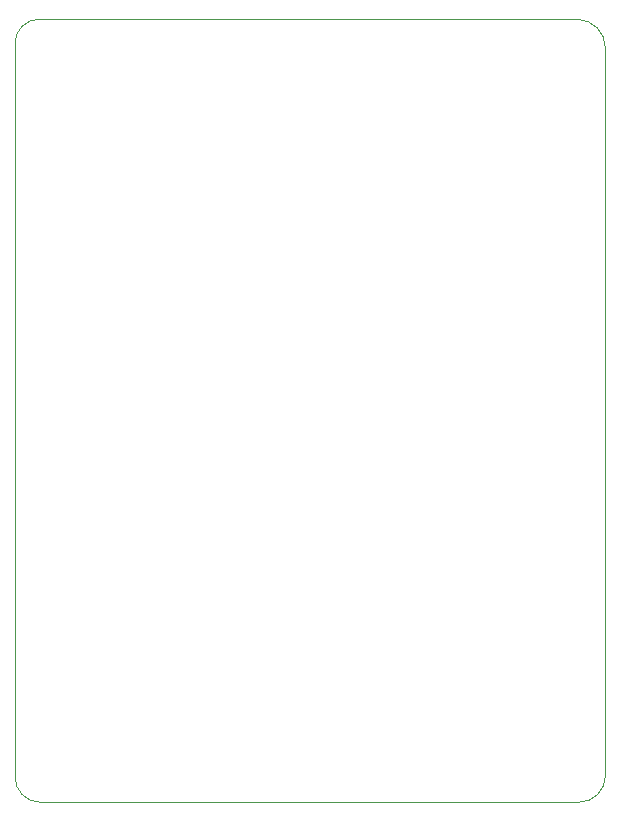
<source format=gbr>
%TF.GenerationSoftware,Altium Limited,Altium Designer,21.6.4 (81)*%
G04 Layer_Color=0*
%FSLAX43Y43*%
%MOMM*%
%TF.SameCoordinates,B20EAAAA-7FFA-483C-807E-B1D6702B97A4*%
%TF.FilePolarity,Positive*%
%TF.FileFunction,Profile,NP*%
%TF.Part,Single*%
G01*
G75*
%TA.AperFunction,Profile*%
%ADD113C,0.025*%
D113*
X0Y1600D02*
Y63700D01*
D02*
G02*
X2100Y65749I2050J0D01*
G01*
X2100Y65750D01*
X47600D01*
X47600Y65749D01*
D02*
G02*
X50000Y63300I-50J-2449D01*
G01*
Y1700D01*
D02*
G02*
X47750Y-550I-2250J0D01*
G01*
X2150D01*
X2100Y-549D01*
D02*
G02*
X0Y1600I50J2149D01*
G01*
%TF.MD5,fb25ea23e274b1ff96c0d7dd7ca6a65c*%
M02*

</source>
